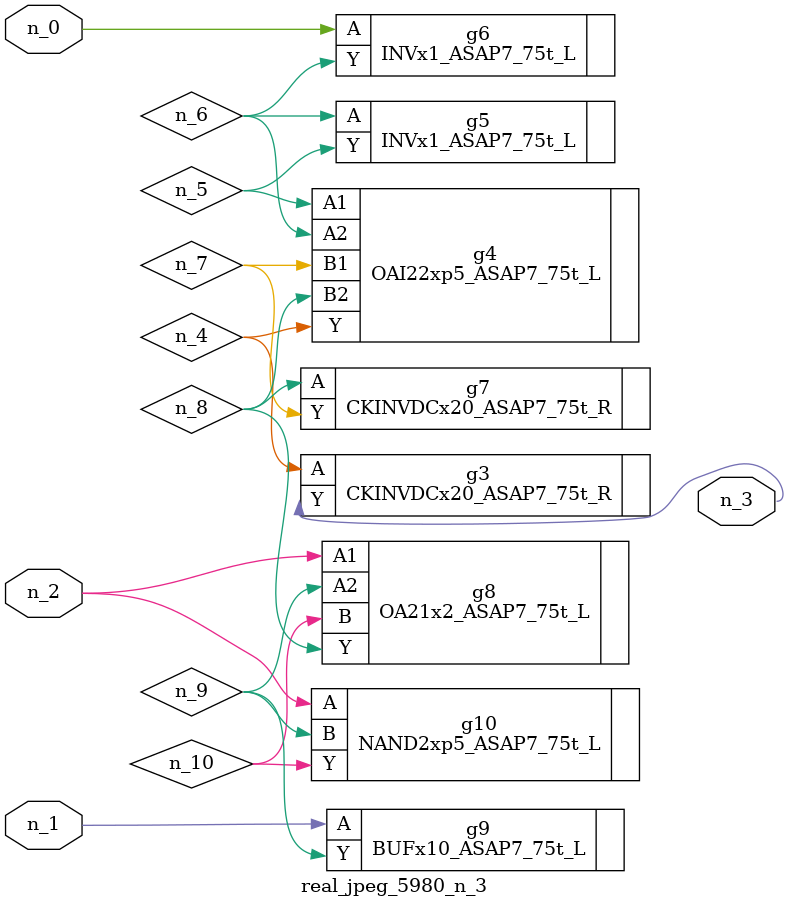
<source format=v>
module real_jpeg_5980_n_3 (n_1, n_0, n_2, n_3);

input n_1;
input n_0;
input n_2;

output n_3;

wire n_5;
wire n_4;
wire n_8;
wire n_6;
wire n_7;
wire n_10;
wire n_9;

INVx1_ASAP7_75t_L g6 ( 
.A(n_0),
.Y(n_6)
);

BUFx10_ASAP7_75t_L g9 ( 
.A(n_1),
.Y(n_9)
);

OA21x2_ASAP7_75t_L g8 ( 
.A1(n_2),
.A2(n_9),
.B(n_10),
.Y(n_8)
);

NAND2xp5_ASAP7_75t_L g10 ( 
.A(n_2),
.B(n_9),
.Y(n_10)
);

CKINVDCx20_ASAP7_75t_R g3 ( 
.A(n_4),
.Y(n_3)
);

OAI22xp5_ASAP7_75t_L g4 ( 
.A1(n_5),
.A2(n_6),
.B1(n_7),
.B2(n_8),
.Y(n_4)
);

INVx1_ASAP7_75t_L g5 ( 
.A(n_6),
.Y(n_5)
);

CKINVDCx20_ASAP7_75t_R g7 ( 
.A(n_8),
.Y(n_7)
);


endmodule
</source>
